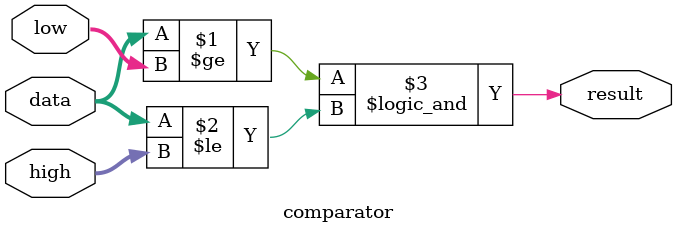
<source format=sv>
module multi_channel_range_detector(
    input wire clk,
    input wire rst_n,
    
    // Control and status signals
    input wire [31:0] data_in,
    input wire [3:0] data_valid,
    input wire config_valid,
    input wire [1:0] config_type,
    input wire [7:0] config_value,
    output wire [1:0] status,
    output wire [31:0] read_data,
    output wire read_valid,
    input wire read_request,
    input wire [2:0] read_address,
    
    // Handshake signals
    output wire busy,
    output wire done,
    input wire start
);

    reg [7:0] data_ch1, data_ch2;
    reg [7:0] lower_bound, upper_bound;
    reg ch1_in_range, ch2_in_range;
    
    localparam ADDR_DATA_CH1     = 3'h0;
    localparam ADDR_DATA_CH2     = 3'h1;
    localparam ADDR_LOWER_BOUND  = 3'h2;
    localparam ADDR_UPPER_BOUND  = 3'h3;
    localparam ADDR_STATUS       = 3'h4;
    
    wire ch1_result, ch2_result;
    
    comparator comp1(.data(data_ch1), .low(lower_bound), .high(upper_bound), .result(ch1_result));
    comparator comp2(.data(data_ch2), .low(lower_bound), .high(upper_bound), .result(ch2_result));
    
    // State definitions
    reg [1:0] main_state;
    localparam STATE_IDLE = 2'b00;
    localparam STATE_PROCESSING = 2'b01;
    localparam STATE_READ = 2'b10;
    localparam STATE_DONE = 2'b11;
    
    // Internal registers
    reg [31:0] read_data_reg;
    reg read_valid_reg;
    reg busy_reg;
    reg done_reg;
    
    // Output assignments
    assign status = {ch2_in_range, ch1_in_range};
    assign read_data = read_data_reg;
    assign read_valid = read_valid_reg;
    assign busy = busy_reg;
    assign done = done_reg;
    
    // Main state machine
    always @(posedge clk or negedge rst_n) begin
        if (!rst_n) begin
            main_state <= STATE_IDLE;
            data_ch1 <= 8'h00;
            data_ch2 <= 8'h00;
            lower_bound <= 8'h00;
            upper_bound <= 8'h00;
            read_data_reg <= 32'h0;
            read_valid_reg <= 1'b0;
            busy_reg <= 1'b0;
            done_reg <= 1'b0;
        end else begin
            case (main_state)
                STATE_IDLE: begin
                    done_reg <= 1'b0;
                    
                    if (start) begin
                        busy_reg <= 1'b1;
                        main_state <= STATE_PROCESSING;
                    end else begin
                        busy_reg <= 1'b0;
                    end
                end
                
                STATE_PROCESSING: begin
                    if (config_valid) begin
                        case (config_type)
                            2'b00: lower_bound <= config_value;
                            2'b01: upper_bound <= config_value;
                            2'b10: data_ch1 <= config_value;
                            2'b11: data_ch2 <= config_value;
                        endcase
                    end
                    
                    if (data_valid[0]) 
                        data_ch1 <= data_in[7:0];
                    if (data_valid[1]) 
                        data_ch2 <= data_in[15:8];
                    if (data_valid[2]) 
                        lower_bound <= data_in[23:16];
                    if (data_valid[3]) 
                        upper_bound <= data_in[31:24];
                    
                    if (read_request) begin
                        main_state <= STATE_READ;
                        read_valid_reg <= 1'b0;
                    end else if (!busy_reg) begin
                        main_state <= STATE_DONE;
                    end
                end
                
                STATE_READ: begin
                    case (read_address)
                        ADDR_DATA_CH1: read_data_reg <= {24'h0, data_ch1};
                        ADDR_DATA_CH2: read_data_reg <= {24'h0, data_ch2};
                        ADDR_LOWER_BOUND: read_data_reg <= {24'h0, lower_bound};
                        ADDR_UPPER_BOUND: read_data_reg <= {24'h0, upper_bound};
                        ADDR_STATUS: read_data_reg <= {30'h0, ch2_in_range, ch1_in_range};
                        default: read_data_reg <= 32'h0;
                    endcase
                    
                    read_valid_reg <= 1'b1;
                    main_state <= STATE_PROCESSING;
                end
                
                STATE_DONE: begin
                    done_reg <= 1'b1;
                    busy_reg <= 1'b0;
                    main_state <= STATE_IDLE;
                end
                
                default: main_state <= STATE_IDLE;
            endcase
        end
    end
    
    // Status update
    always @(posedge clk or negedge rst_n) begin
        if (!rst_n) begin
            ch1_in_range <= 1'b0;
            ch2_in_range <= 1'b0;
        end else begin
            ch1_in_range <= ch1_result;
            ch2_in_range <= ch2_result;
        end
    end

endmodule

module comparator(
    input wire [7:0] data,
    input wire [7:0] low,
    input wire [7:0] high,
    output wire result
);
    assign result = (data >= low) && (data <= high);
endmodule
</source>
